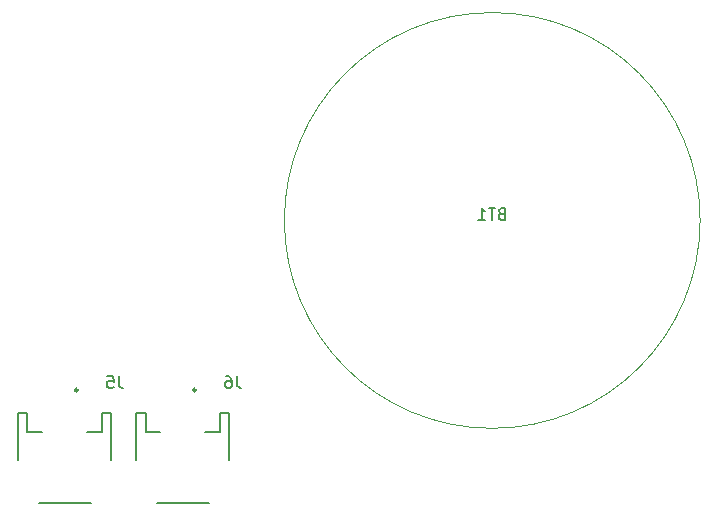
<source format=gbo>
G04 #@! TF.GenerationSoftware,KiCad,Pcbnew,5.1.10-88a1d61d58~90~ubuntu20.04.1*
G04 #@! TF.CreationDate,2021-08-09T16:52:55-07:00*
G04 #@! TF.ProjectId,PatchV3,50617463-6856-4332-9e6b-696361645f70,rev?*
G04 #@! TF.SameCoordinates,Original*
G04 #@! TF.FileFunction,Legend,Bot*
G04 #@! TF.FilePolarity,Positive*
%FSLAX46Y46*%
G04 Gerber Fmt 4.6, Leading zero omitted, Abs format (unit mm)*
G04 Created by KiCad (PCBNEW 5.1.10-88a1d61d58~90~ubuntu20.04.1) date 2021-08-09 16:52:55*
%MOMM*%
%LPD*%
G01*
G04 APERTURE LIST*
%ADD10C,0.120000*%
%ADD11C,0.249999*%
%ADD12C,0.150000*%
G04 APERTURE END LIST*
D10*
X125804000Y-75692000D02*
G75*
G03*
X125804000Y-75692000I-17600000J0D01*
G01*
D11*
X83125002Y-90049999D02*
G75*
G03*
X83125002Y-90049999I-125001J0D01*
G01*
D12*
X85950000Y-96000000D02*
X85950000Y-92000000D01*
X85950000Y-92000000D02*
X85149999Y-92000000D01*
X85149999Y-93599999D02*
X85149999Y-92000000D01*
X85149999Y-93599999D02*
X83899999Y-93599999D01*
X80100001Y-93599999D02*
X78850001Y-93599999D01*
X78850001Y-93599999D02*
X78850001Y-92000000D01*
X78850001Y-92000000D02*
X78050000Y-92000000D01*
X78050000Y-96000000D02*
X78050000Y-92000000D01*
X84200001Y-99600000D02*
X79799999Y-99600000D01*
D11*
X73125002Y-90049999D02*
G75*
G03*
X73125002Y-90049999I-125001J0D01*
G01*
D12*
X75950000Y-96000000D02*
X75950000Y-92000000D01*
X75950000Y-92000000D02*
X75149999Y-92000000D01*
X75149999Y-93599999D02*
X75149999Y-92000000D01*
X75149999Y-93599999D02*
X73899999Y-93599999D01*
X70100001Y-93599999D02*
X68850001Y-93599999D01*
X68850001Y-93599999D02*
X68850001Y-92000000D01*
X68850001Y-92000000D02*
X68050000Y-92000000D01*
X68050000Y-96000000D02*
X68050000Y-92000000D01*
X74200001Y-99600000D02*
X69799999Y-99600000D01*
X108989714Y-75120571D02*
X108846857Y-75168190D01*
X108799238Y-75215809D01*
X108751619Y-75311047D01*
X108751619Y-75453904D01*
X108799238Y-75549142D01*
X108846857Y-75596761D01*
X108942095Y-75644380D01*
X109323047Y-75644380D01*
X109323047Y-74644380D01*
X108989714Y-74644380D01*
X108894476Y-74692000D01*
X108846857Y-74739619D01*
X108799238Y-74834857D01*
X108799238Y-74930095D01*
X108846857Y-75025333D01*
X108894476Y-75072952D01*
X108989714Y-75120571D01*
X109323047Y-75120571D01*
X108465904Y-74644380D02*
X107894476Y-74644380D01*
X108180190Y-75644380D02*
X108180190Y-74644380D01*
X107037333Y-75644380D02*
X107608761Y-75644380D01*
X107323047Y-75644380D02*
X107323047Y-74644380D01*
X107418285Y-74787238D01*
X107513523Y-74882476D01*
X107608761Y-74930095D01*
X86578689Y-88877378D02*
X86578689Y-89591664D01*
X86626308Y-89734521D01*
X86721546Y-89829759D01*
X86864403Y-89877378D01*
X86959641Y-89877378D01*
X85673927Y-88877378D02*
X85864403Y-88877378D01*
X85959641Y-88924998D01*
X86007260Y-88972617D01*
X86102499Y-89115474D01*
X86150118Y-89305950D01*
X86150118Y-89686902D01*
X86102499Y-89782140D01*
X86054879Y-89829759D01*
X85959641Y-89877378D01*
X85769165Y-89877378D01*
X85673927Y-89829759D01*
X85626308Y-89782140D01*
X85578689Y-89686902D01*
X85578689Y-89448807D01*
X85626308Y-89353569D01*
X85673927Y-89305950D01*
X85769165Y-89258331D01*
X85959641Y-89258331D01*
X86054879Y-89305950D01*
X86102499Y-89353569D01*
X86150118Y-89448807D01*
X76578689Y-88877378D02*
X76578689Y-89591664D01*
X76626308Y-89734521D01*
X76721546Y-89829759D01*
X76864403Y-89877378D01*
X76959641Y-89877378D01*
X75626308Y-88877378D02*
X76102499Y-88877378D01*
X76150118Y-89353569D01*
X76102499Y-89305950D01*
X76007260Y-89258331D01*
X75769165Y-89258331D01*
X75673927Y-89305950D01*
X75626308Y-89353569D01*
X75578689Y-89448807D01*
X75578689Y-89686902D01*
X75626308Y-89782140D01*
X75673927Y-89829759D01*
X75769165Y-89877378D01*
X76007260Y-89877378D01*
X76102499Y-89829759D01*
X76150118Y-89782140D01*
M02*

</source>
